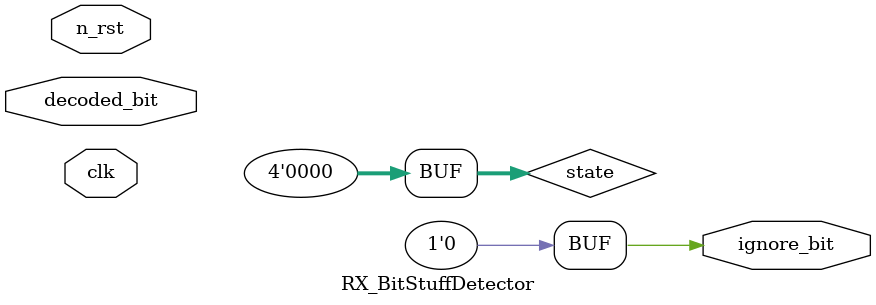
<source format=sv>

module RX_BitStuffDetector (clk,
                            n_rst,
                            decoded_bit,
                            ignore_bit);
  input wire clk;
  input wire n_rst;
  input wire decoded_bit;
  output reg ignore_bit;

  typedef enum reg [3:0] {IDLE, COUNT1, COUNT2, COUNT3, COUNT4, COUNT5, COUNT6, SKIP} state_type;

  state_type state;
  state_type next_state;

  always_comb begin //case statement for state assignment
    state = IDLE; //prevent latches
    ignore_bit = 1'b0;

    case(state)
      IDLE: begin
        if (decoded_bit == 1'b1) begin
          next_state = COUNT1;
        end
      end

      COUNT1: begin
        if (decoded_bit == 1'b1) begin
          next_state = COUNT2;
        end
      end

      COUNT2: begin
        if (decoded_bit == 1'b1) begin
          next_state = COUNT3;
        end
      end

      COUNT3: begin
        if (decoded_bit == 1'b1) begin
          next_state = COUNT4;
        end
      end

      COUNT4: begin
        if (decoded_bit == 1'b1) begin
          next_state = COUNT5;
        end
      end

      COUNT5: begin
        if (decoded_bit == 1'b1) begin
          next_state = COUNT6;
        end
      end

      COUNT6: begin
        next_state = SKIP;
      end

      SKIP: begin
        next_state = IDLE;
        ignore_bit = 1'b1;
      end
    endcase
  end

  always_ff @(posedge clk, negedge n_rst) begin
    if (n_rst == 1'b0) begin
      state <= IDLE;
    end else begin
      state <= next_state;
    end
  end
endmodule

</source>
